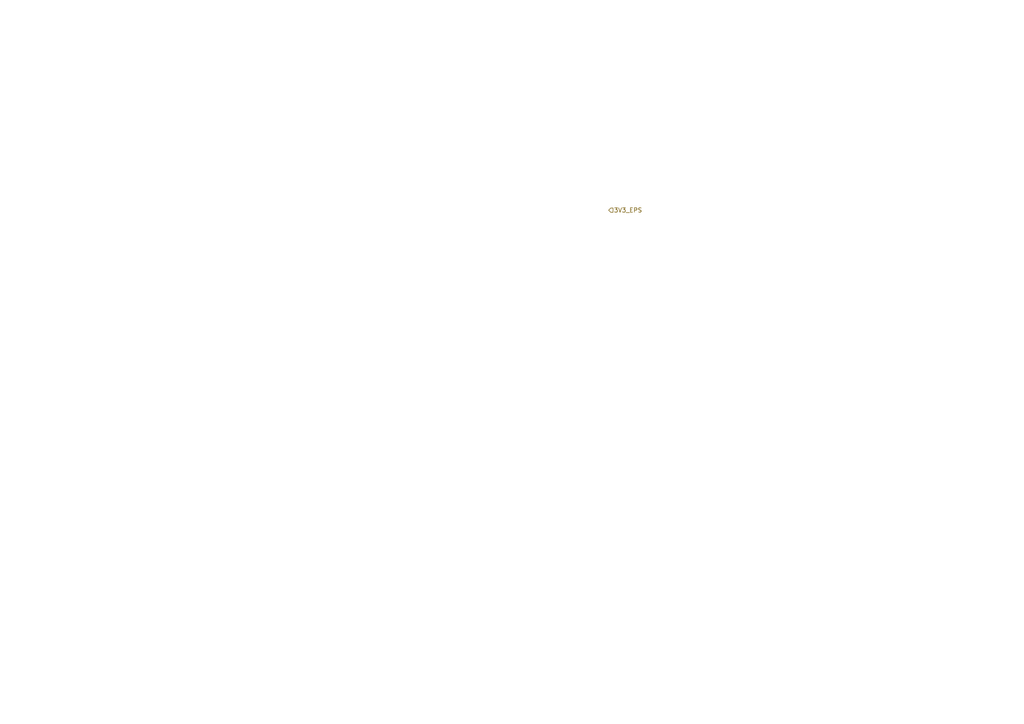
<source format=kicad_sch>
(kicad_sch (version 20230121) (generator eeschema)
  (paper "A4")
  (lib_symbols)
  (hierarchical_label "3V3_EPS" (shape input) (at 176.53 60.96 0))
)
</source>
